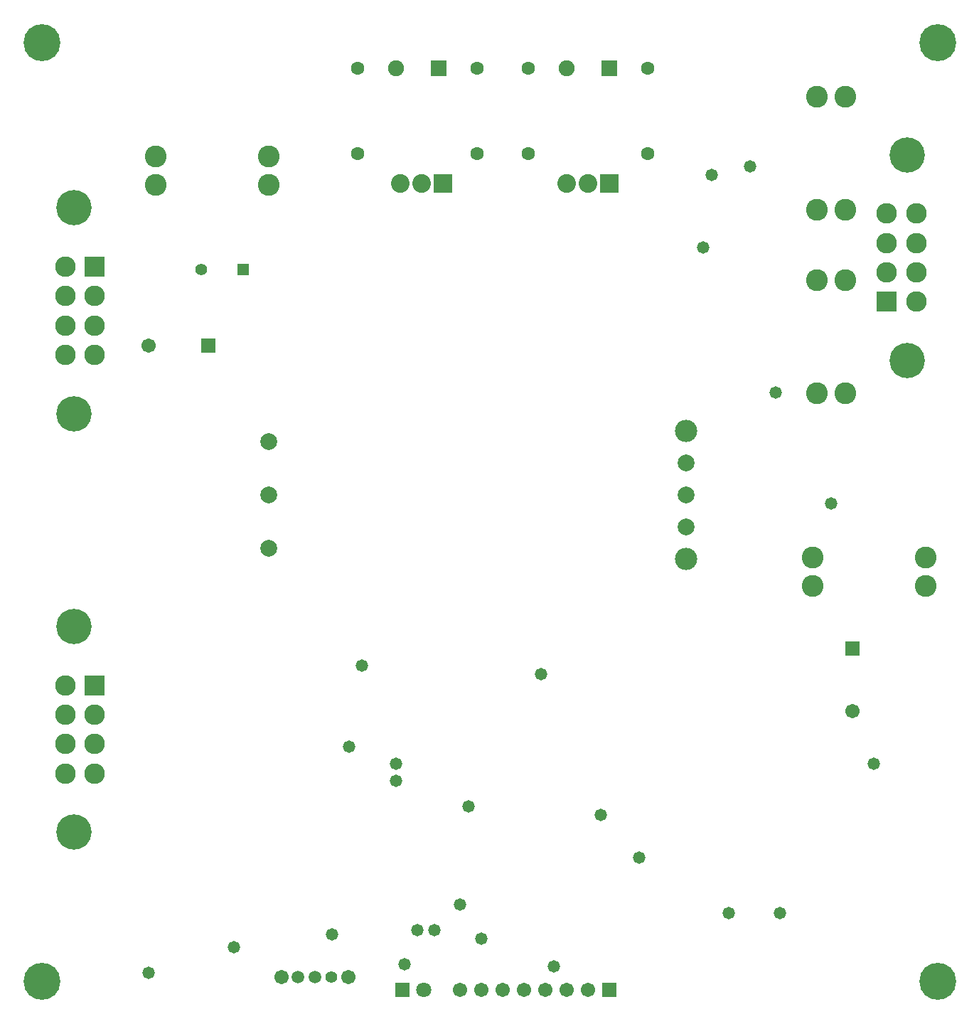
<source format=gbs>
G04*
G04 #@! TF.GenerationSoftware,Altium Limited,Altium Designer,20.0.9 (164)*
G04*
G04 Layer_Color=16711935*
%FSLAX25Y25*%
%MOIN*%
G70*
G01*
G75*
%ADD209R,0.05524X0.05524*%
%ADD210C,0.05524*%
%ADD211C,0.17300*%
%ADD212R,0.08772X0.08772*%
%ADD213C,0.08772*%
%ADD214C,0.06706*%
%ADD215R,0.06706X0.06706*%
%ADD216R,0.07099X0.07099*%
%ADD217C,0.07099*%
%ADD218C,0.10249*%
%ADD219C,0.05918*%
%ADD220C,0.16548*%
%ADD221C,0.09658*%
%ADD222R,0.09658X0.09658*%
%ADD223R,0.07532X0.07532*%
%ADD224C,0.07532*%
%ADD225C,0.10446*%
%ADD226C,0.07887*%
%ADD227R,0.06706X0.06706*%
%ADD228C,0.06312*%
%ADD229C,0.05800*%
D209*
X106342Y345500D02*
D03*
D210*
X86658D02*
D03*
X147874Y14000D02*
D03*
D211*
X432000Y12000D02*
D03*
Y452000D02*
D03*
X12000D02*
D03*
Y12000D02*
D03*
D212*
X200000Y386000D02*
D03*
X278000D02*
D03*
D213*
X190000D02*
D03*
X180000D02*
D03*
X268000D02*
D03*
X258000D02*
D03*
D214*
X208000Y8000D02*
D03*
X218000D02*
D03*
X228000D02*
D03*
X238000D02*
D03*
X248000D02*
D03*
X258000D02*
D03*
X268000D02*
D03*
X124252Y14000D02*
D03*
X155748D02*
D03*
X62024Y310000D02*
D03*
X392000Y138472D02*
D03*
D215*
X278000Y8000D02*
D03*
X89976Y310000D02*
D03*
D216*
X181000Y8000D02*
D03*
D217*
X191000D02*
D03*
D218*
X118516Y385307D02*
D03*
X65484D02*
D03*
X118516Y398693D02*
D03*
X65484D02*
D03*
X373484Y210693D02*
D03*
X426516D02*
D03*
X373484Y197307D02*
D03*
X426516D02*
D03*
X388693Y340516D02*
D03*
Y287484D02*
D03*
X375307Y340516D02*
D03*
Y287484D02*
D03*
Y373484D02*
D03*
Y426516D02*
D03*
X388693Y373484D02*
D03*
Y426516D02*
D03*
D219*
X132126Y14000D02*
D03*
X140000D02*
D03*
D220*
X417906Y399339D02*
D03*
Y302882D02*
D03*
X27020Y278000D02*
D03*
Y374457D02*
D03*
Y81772D02*
D03*
Y178228D02*
D03*
D221*
X422000Y371780D02*
D03*
Y358000D02*
D03*
Y344221D02*
D03*
Y330441D02*
D03*
X408220Y371780D02*
D03*
Y358000D02*
D03*
Y344221D02*
D03*
X22925Y305559D02*
D03*
Y319339D02*
D03*
Y333118D02*
D03*
Y346898D02*
D03*
X36705Y305559D02*
D03*
Y319339D02*
D03*
Y333118D02*
D03*
X22925Y109331D02*
D03*
Y123110D02*
D03*
Y136890D02*
D03*
Y150669D02*
D03*
X36705Y109331D02*
D03*
Y123110D02*
D03*
Y136890D02*
D03*
D222*
X408220Y330441D02*
D03*
X36705Y346898D02*
D03*
Y150669D02*
D03*
D223*
X278000Y440000D02*
D03*
X198000D02*
D03*
D224*
X258000D02*
D03*
X178000D02*
D03*
D225*
X314000Y270000D02*
D03*
Y210000D02*
D03*
D226*
Y255000D02*
D03*
Y240000D02*
D03*
Y225000D02*
D03*
X118331Y215000D02*
D03*
Y240000D02*
D03*
Y265000D02*
D03*
D227*
X392000Y168000D02*
D03*
D228*
X216000Y440000D02*
D03*
Y400000D02*
D03*
X160000D02*
D03*
Y440000D02*
D03*
X296000D02*
D03*
Y400000D02*
D03*
X240000D02*
D03*
Y440000D02*
D03*
D229*
X212000Y94000D02*
D03*
X382000Y236000D02*
D03*
X252000Y19000D02*
D03*
X344000Y394000D02*
D03*
X326000Y390000D02*
D03*
X162000Y160000D02*
D03*
X246000Y156000D02*
D03*
X402000Y114000D02*
D03*
X322000Y356000D02*
D03*
X274000Y90000D02*
D03*
X292000Y70000D02*
D03*
X356000Y288000D02*
D03*
X334000Y44000D02*
D03*
X182000Y20000D02*
D03*
X178000Y106000D02*
D03*
Y114000D02*
D03*
X208000Y48000D02*
D03*
X62000Y16000D02*
D03*
X148000Y34000D02*
D03*
X156000Y122000D02*
D03*
X102000Y28000D02*
D03*
X188000Y36000D02*
D03*
X196000D02*
D03*
X218000Y32000D02*
D03*
X358000Y44000D02*
D03*
M02*

</source>
